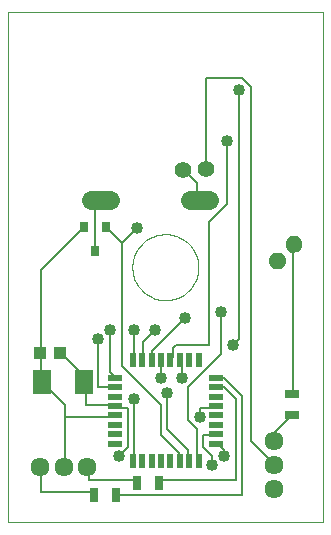
<source format=gtl>
G75*
G70*
%OFA0B0*%
%FSLAX24Y24*%
%IPPOS*%
%LPD*%
%AMOC8*
5,1,8,0,0,1.08239X$1,22.5*
%
%ADD10C,0.0000*%
%ADD11R,0.0500X0.0220*%
%ADD12R,0.0220X0.0500*%
%ADD13C,0.0634*%
%ADD14R,0.0315X0.0354*%
%ADD15R,0.0433X0.0394*%
%ADD16R,0.0472X0.0315*%
%ADD17R,0.0315X0.0472*%
%ADD18C,0.0555*%
%ADD19C,0.0634*%
%ADD20C,0.0111*%
%ADD21R,0.0591X0.0827*%
%ADD22C,0.0080*%
%ADD23C,0.0400*%
D10*
X001844Y000141D02*
X012344Y000141D01*
X012344Y017141D01*
X001844Y017141D01*
X001844Y000141D01*
X005994Y008641D02*
X005996Y008707D01*
X006002Y008772D01*
X006012Y008837D01*
X006025Y008902D01*
X006043Y008965D01*
X006064Y009028D01*
X006089Y009088D01*
X006118Y009148D01*
X006150Y009205D01*
X006185Y009261D01*
X006224Y009314D01*
X006266Y009365D01*
X006310Y009413D01*
X006358Y009458D01*
X006408Y009501D01*
X006461Y009540D01*
X006516Y009577D01*
X006573Y009610D01*
X006632Y009639D01*
X006692Y009665D01*
X006754Y009687D01*
X006817Y009706D01*
X006881Y009720D01*
X006946Y009731D01*
X007012Y009738D01*
X007078Y009741D01*
X007143Y009740D01*
X007209Y009735D01*
X007274Y009726D01*
X007339Y009713D01*
X007402Y009697D01*
X007465Y009677D01*
X007526Y009652D01*
X007586Y009625D01*
X007644Y009594D01*
X007700Y009559D01*
X007754Y009521D01*
X007805Y009480D01*
X007854Y009436D01*
X007900Y009389D01*
X007944Y009340D01*
X007984Y009288D01*
X008021Y009233D01*
X008055Y009177D01*
X008085Y009118D01*
X008112Y009058D01*
X008135Y008997D01*
X008154Y008934D01*
X008170Y008870D01*
X008182Y008805D01*
X008190Y008740D01*
X008194Y008674D01*
X008194Y008608D01*
X008190Y008542D01*
X008182Y008477D01*
X008170Y008412D01*
X008154Y008348D01*
X008135Y008285D01*
X008112Y008224D01*
X008085Y008164D01*
X008055Y008105D01*
X008021Y008049D01*
X007984Y007994D01*
X007944Y007942D01*
X007900Y007893D01*
X007854Y007846D01*
X007805Y007802D01*
X007754Y007761D01*
X007700Y007723D01*
X007644Y007688D01*
X007586Y007657D01*
X007526Y007630D01*
X007465Y007605D01*
X007402Y007585D01*
X007339Y007569D01*
X007274Y007556D01*
X007209Y007547D01*
X007143Y007542D01*
X007078Y007541D01*
X007012Y007544D01*
X006946Y007551D01*
X006881Y007562D01*
X006817Y007576D01*
X006754Y007595D01*
X006692Y007617D01*
X006632Y007643D01*
X006573Y007672D01*
X006516Y007705D01*
X006461Y007742D01*
X006408Y007781D01*
X006358Y007824D01*
X006310Y007869D01*
X006266Y007917D01*
X006224Y007968D01*
X006185Y008021D01*
X006150Y008077D01*
X006118Y008134D01*
X006089Y008194D01*
X006064Y008254D01*
X006043Y008317D01*
X006025Y008380D01*
X006012Y008445D01*
X006002Y008510D01*
X005996Y008575D01*
X005994Y008641D01*
D11*
X005417Y004962D03*
X005417Y004647D03*
X005417Y004332D03*
X005417Y004017D03*
X005417Y003703D03*
X005417Y003388D03*
X005417Y003073D03*
X005417Y002758D03*
X008797Y002758D03*
X008797Y003073D03*
X008797Y003388D03*
X008797Y003703D03*
X008797Y004017D03*
X008797Y004332D03*
X008797Y004647D03*
X008797Y004962D03*
D12*
X008209Y005550D03*
X007894Y005550D03*
X007579Y005550D03*
X007264Y005550D03*
X006949Y005550D03*
X006634Y005550D03*
X006319Y005550D03*
X006004Y005550D03*
X006004Y002170D03*
X006319Y002170D03*
X006634Y002170D03*
X006949Y002170D03*
X007264Y002170D03*
X007579Y002170D03*
X007894Y002170D03*
X008209Y002170D03*
D13*
X010726Y002053D03*
X010726Y001265D03*
X010726Y002840D03*
X004492Y001990D03*
X003705Y001990D03*
X002917Y001990D03*
D14*
X004744Y009197D03*
X004370Y009985D03*
X005118Y009985D03*
D15*
X003579Y005791D03*
X002910Y005791D03*
D16*
X011309Y004411D03*
X011309Y003702D03*
D17*
X006872Y001448D03*
X006163Y001448D03*
X005437Y001049D03*
X004728Y001049D03*
D18*
X007683Y011875D03*
X008437Y011903D03*
D19*
X008545Y010891D02*
X007912Y010891D01*
X005238Y010891D02*
X004605Y010891D01*
D20*
X010854Y008698D02*
X010910Y008642D01*
X010726Y008641D01*
X010597Y008769D01*
X010596Y008953D01*
X010724Y009082D01*
X010908Y009083D01*
X011037Y008955D01*
X011038Y008771D01*
X010910Y008642D01*
X010875Y008724D01*
X010760Y008724D01*
X010679Y008804D01*
X010679Y008919D01*
X010759Y009000D01*
X010874Y009000D01*
X010955Y008920D01*
X010955Y008805D01*
X010875Y008724D01*
X010840Y008808D01*
X010794Y008808D01*
X010763Y008839D01*
X010763Y008885D01*
X010794Y008916D01*
X010840Y008916D01*
X010871Y008885D01*
X010871Y008839D01*
X010840Y008808D01*
X011409Y009256D02*
X011465Y009200D01*
X011281Y009199D01*
X011152Y009327D01*
X011151Y009511D01*
X011279Y009640D01*
X011463Y009641D01*
X011592Y009513D01*
X011593Y009329D01*
X011465Y009200D01*
X011430Y009282D01*
X011315Y009282D01*
X011234Y009362D01*
X011234Y009477D01*
X011314Y009558D01*
X011429Y009558D01*
X011510Y009478D01*
X011510Y009363D01*
X011430Y009282D01*
X011395Y009366D01*
X011349Y009366D01*
X011318Y009397D01*
X011318Y009443D01*
X011349Y009474D01*
X011395Y009474D01*
X011426Y009443D01*
X011426Y009397D01*
X011395Y009366D01*
D21*
X004396Y004812D03*
X002978Y004812D03*
D22*
X003044Y004741D01*
X003744Y004041D01*
X003744Y003641D01*
X003744Y002041D01*
X003705Y001990D01*
X002944Y001941D02*
X002944Y001141D01*
X004644Y001141D01*
X004728Y001049D01*
X004544Y001541D02*
X004544Y001941D01*
X004492Y001990D01*
X004544Y001541D02*
X006144Y001541D01*
X006163Y001448D01*
X006004Y002170D02*
X006044Y002241D01*
X006044Y004241D01*
X005844Y003941D02*
X005844Y002641D01*
X005544Y002341D01*
X005344Y003641D02*
X005417Y003703D01*
X005344Y003641D02*
X003744Y003641D01*
X004444Y004041D02*
X004444Y004741D01*
X004396Y004812D01*
X004344Y004841D01*
X004344Y005041D01*
X003644Y005741D01*
X003579Y005791D01*
X002944Y005741D02*
X002944Y004841D01*
X002978Y004812D01*
X002944Y005741D02*
X002910Y005791D01*
X002944Y005841D01*
X002944Y008541D01*
X004344Y009941D01*
X004370Y009985D01*
X004744Y010741D02*
X004744Y009197D01*
X005144Y009941D02*
X005118Y009985D01*
X005144Y009941D02*
X005644Y009441D01*
X006144Y009941D01*
X005644Y009441D02*
X005644Y005341D01*
X006944Y004041D01*
X006944Y003041D01*
X007544Y002441D01*
X007544Y002241D01*
X007579Y002170D01*
X007844Y002241D02*
X007844Y002541D01*
X007144Y003241D01*
X007144Y004441D01*
X006944Y004941D02*
X006944Y005541D01*
X006949Y005550D01*
X006634Y005550D02*
X006644Y005641D01*
X006644Y005841D01*
X007744Y006941D01*
X007444Y006041D02*
X008544Y006041D01*
X008544Y010141D01*
X009144Y010741D01*
X009144Y012841D01*
X008444Y011941D02*
X008437Y011903D01*
X008444Y011941D02*
X008444Y014941D01*
X009644Y014941D01*
X009944Y014641D01*
X009944Y002841D01*
X010644Y002141D01*
X010726Y002053D01*
X010726Y002840D02*
X010744Y002841D01*
X010744Y003141D01*
X011244Y003641D01*
X011309Y003702D01*
X011309Y004411D02*
X011344Y004441D01*
X011344Y009341D01*
X011372Y009420D01*
X009544Y006241D02*
X009544Y014541D01*
X007744Y011841D02*
X007683Y011875D01*
X007744Y011841D02*
X008144Y011441D01*
X008144Y010941D01*
X008229Y010891D01*
X008944Y007141D02*
X008944Y005741D01*
X007844Y004641D01*
X007844Y003541D01*
X008144Y003241D01*
X008144Y002241D01*
X008209Y002170D01*
X008644Y002341D02*
X008344Y002641D01*
X008344Y003041D01*
X008744Y003041D01*
X008797Y003073D01*
X008797Y002758D02*
X008844Y002741D01*
X009044Y002541D01*
X009044Y002341D01*
X008644Y002341D02*
X008644Y002041D01*
X007894Y002170D02*
X007844Y002241D01*
X006944Y001541D02*
X006872Y001448D01*
X006944Y001541D02*
X009444Y001541D01*
X009444Y004241D01*
X009044Y004641D01*
X008844Y004641D01*
X008797Y004647D01*
X008844Y004941D02*
X008797Y004962D01*
X008844Y004941D02*
X009044Y004941D01*
X009644Y004341D01*
X009644Y001041D01*
X005444Y001041D01*
X005437Y001049D01*
X005444Y003941D02*
X005417Y004017D01*
X005344Y004041D01*
X004444Y004041D01*
X004844Y004641D02*
X004844Y006241D01*
X005244Y006541D02*
X005244Y005141D01*
X005344Y005041D01*
X005417Y004962D01*
X005417Y004647D02*
X005344Y004641D01*
X004844Y004641D01*
X005444Y003941D02*
X005844Y003941D01*
X006004Y005550D02*
X006044Y005641D01*
X006044Y006541D01*
X006344Y006141D02*
X006744Y006541D01*
X006344Y006141D02*
X006344Y005641D01*
X006319Y005550D01*
X007264Y005550D02*
X007344Y005641D01*
X007344Y005941D01*
X007444Y006041D01*
X007579Y005550D02*
X007644Y005541D01*
X007644Y004941D01*
X008244Y003941D02*
X008244Y003641D01*
X008244Y003941D02*
X008744Y003941D01*
X008797Y004017D01*
X009344Y006041D02*
X009544Y006241D01*
X004921Y010891D02*
X004844Y010841D01*
X004744Y010741D01*
X002917Y001990D02*
X002944Y001941D01*
D23*
X005544Y002341D03*
X006044Y004241D03*
X006944Y004941D03*
X007144Y004441D03*
X007644Y004941D03*
X008244Y003641D03*
X009044Y002341D03*
X008644Y002041D03*
X009344Y006041D03*
X008944Y007141D03*
X007744Y006941D03*
X006744Y006541D03*
X006044Y006541D03*
X005244Y006541D03*
X004844Y006241D03*
X006144Y009941D03*
X009144Y012841D03*
X009544Y014541D03*
M02*

</source>
